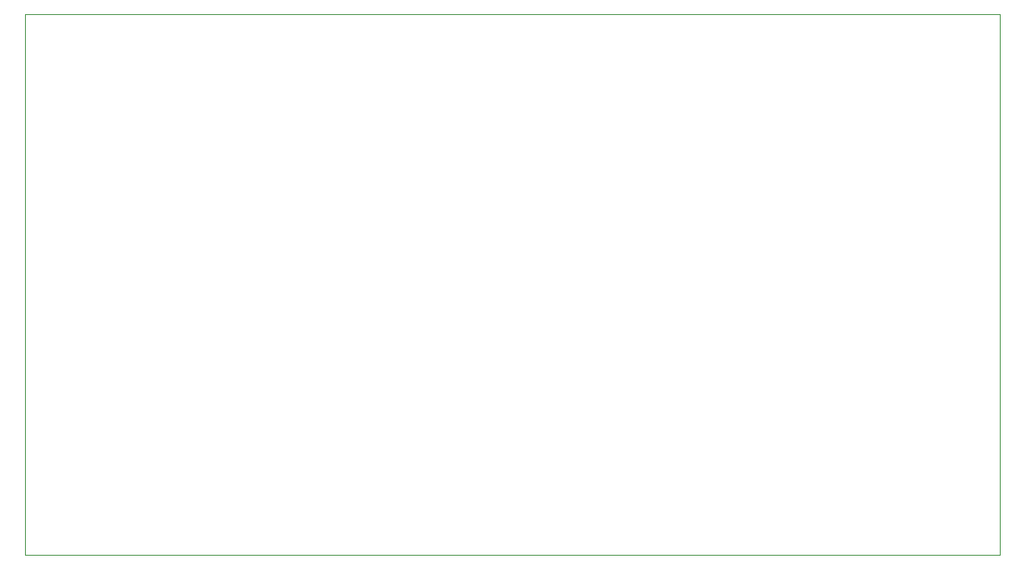
<source format=gbr>
%TF.GenerationSoftware,KiCad,Pcbnew,8.0.6*%
%TF.CreationDate,2025-01-26T17:36:13+01:00*%
%TF.ProjectId,cd-changer,63642d63-6861-46e6-9765-722e6b696361,rev?*%
%TF.SameCoordinates,Original*%
%TF.FileFunction,Profile,NP*%
%FSLAX46Y46*%
G04 Gerber Fmt 4.6, Leading zero omitted, Abs format (unit mm)*
G04 Created by KiCad (PCBNEW 8.0.6) date 2025-01-26 17:36:13*
%MOMM*%
%LPD*%
G01*
G04 APERTURE LIST*
%TA.AperFunction,Profile*%
%ADD10C,0.050000*%
%TD*%
G04 APERTURE END LIST*
D10*
X110000000Y-63000000D02*
X209000000Y-63000000D01*
X209000000Y-118000000D01*
X110000000Y-118000000D01*
X110000000Y-63000000D01*
M02*

</source>
